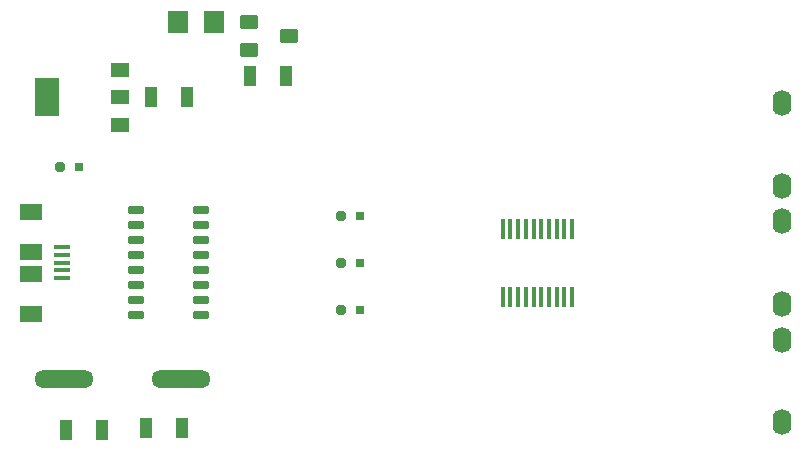
<source format=gtp>
G04*
G04 #@! TF.GenerationSoftware,Altium Limited,Altium Designer,23.1.1 (15)*
G04*
G04 Layer_Color=8421504*
%FSLAX44Y44*%
%MOMM*%
G71*
G04*
G04 #@! TF.SameCoordinates,9F4D0ECE-2CF4-41AA-81F9-B76AE3B11C26*
G04*
G04*
G04 #@! TF.FilePolarity,Positive*
G04*
G01*
G75*
%ADD19R,1.0000X1.8000*%
G04:AMPARAMS|DCode=20|XSize=1.2mm|YSize=1.6mm|CornerRadius=0.3mm|HoleSize=0mm|Usage=FLASHONLY|Rotation=270.000|XOffset=0mm|YOffset=0mm|HoleType=Round|Shape=RoundedRectangle|*
%AMROUNDEDRECTD20*
21,1,1.2000,1.0000,0,0,270.0*
21,1,0.6000,1.6000,0,0,270.0*
1,1,0.6000,-0.5000,-0.3000*
1,1,0.6000,-0.5000,0.3000*
1,1,0.6000,0.5000,0.3000*
1,1,0.6000,0.5000,-0.3000*
%
%ADD20ROUNDEDRECTD20*%
%ADD21R,1.8000X1.8400*%
%ADD22R,1.6000X1.2000*%
%ADD23R,2.0000X3.3000*%
%ADD24O,1.6000X2.2000*%
%ADD25O,5.0000X1.5000*%
%ADD26R,1.9000X1.4000*%
%ADD27R,1.3500X0.4000*%
G04:AMPARAMS|DCode=28|XSize=0.8mm|YSize=0.8mm|CornerRadius=0.2mm|HoleSize=0mm|Usage=FLASHONLY|Rotation=180.000|XOffset=0mm|YOffset=0mm|HoleType=Round|Shape=RoundedRectangle|*
%AMROUNDEDRECTD28*
21,1,0.8000,0.4000,0,0,180.0*
21,1,0.4000,0.8000,0,0,180.0*
1,1,0.4000,-0.2000,0.2000*
1,1,0.4000,0.2000,0.2000*
1,1,0.4000,0.2000,-0.2000*
1,1,0.4000,-0.2000,-0.2000*
%
%ADD28ROUNDEDRECTD28*%
%ADD29R,0.8000X0.8000*%
G04:AMPARAMS|DCode=30|XSize=1.31mm|YSize=0.62mm|CornerRadius=0.0775mm|HoleSize=0mm|Usage=FLASHONLY|Rotation=0.000|XOffset=0mm|YOffset=0mm|HoleType=Round|Shape=RoundedRectangle|*
%AMROUNDEDRECTD30*
21,1,1.3100,0.4650,0,0,0.0*
21,1,1.1550,0.6200,0,0,0.0*
1,1,0.1550,0.5775,-0.2325*
1,1,0.1550,-0.5775,-0.2325*
1,1,0.1550,-0.5775,0.2325*
1,1,0.1550,0.5775,0.2325*
%
%ADD30ROUNDEDRECTD30*%
%ADD31O,0.3640X1.7420*%
D19*
X389500Y608000D02*
D03*
X420500D02*
D03*
X504500Y626000D02*
D03*
X473500D02*
D03*
X385500Y327750D02*
D03*
X416500D02*
D03*
X348500Y326750D02*
D03*
X317500D02*
D03*
D20*
X507000Y660000D02*
D03*
X473000Y648000D02*
D03*
Y672000D02*
D03*
D21*
X413000D02*
D03*
X443000D02*
D03*
D22*
X364000Y585000D02*
D03*
Y608000D02*
D03*
Y631000D02*
D03*
D23*
X301520Y608000D02*
D03*
D24*
X924000Y533000D02*
D03*
Y603000D02*
D03*
Y433000D02*
D03*
Y503000D02*
D03*
Y333000D02*
D03*
Y403000D02*
D03*
D25*
X415530Y369500D02*
D03*
X316470D02*
D03*
D26*
X287875Y425000D02*
D03*
Y511000D02*
D03*
Y458500D02*
D03*
Y477500D02*
D03*
D27*
X314625Y481000D02*
D03*
Y474500D02*
D03*
Y468000D02*
D03*
Y461500D02*
D03*
Y455000D02*
D03*
D28*
X313000Y549000D02*
D03*
X551002Y428000D02*
D03*
Y468000D02*
D03*
Y508000D02*
D03*
D29*
X329000Y549000D02*
D03*
X567002Y428000D02*
D03*
Y468000D02*
D03*
Y508000D02*
D03*
D30*
X377000Y499750D02*
D03*
X432000Y474350D02*
D03*
X377000Y512450D02*
D03*
Y487050D02*
D03*
Y474350D02*
D03*
X432000Y487050D02*
D03*
Y461650D02*
D03*
Y448950D02*
D03*
X377000D02*
D03*
X432000Y423550D02*
D03*
X377000Y461650D02*
D03*
Y436250D02*
D03*
X432000D02*
D03*
X377000Y423550D02*
D03*
X432000Y499750D02*
D03*
Y512450D02*
D03*
D31*
X746250Y496710D02*
D03*
X739750D02*
D03*
X733250D02*
D03*
X726750D02*
D03*
X720250D02*
D03*
X713750D02*
D03*
X707250D02*
D03*
X700750D02*
D03*
X694250D02*
D03*
X687750D02*
D03*
X746250Y439290D02*
D03*
X739750D02*
D03*
X733250D02*
D03*
X726750D02*
D03*
X720250D02*
D03*
X713750D02*
D03*
X707250D02*
D03*
X700750D02*
D03*
X694250D02*
D03*
X687750D02*
D03*
M02*

</source>
